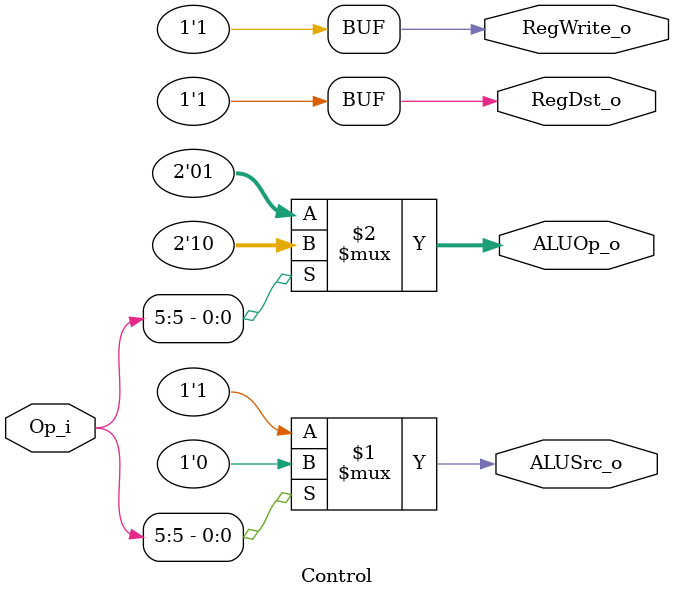
<source format=v>
module Control(Op_i, RegDst_o, ALUOp_o, ALUSrc_o, RegWrite_o);

// Interface
input       [6:0] Op_i;
output      [0:0] RegDst_o;
output      [1:0] ALUOp_o;
output      [0:0] ALUSrc_o;
output      [0:0] RegWrite_o;

// Calculation
assign RegDst_o = 1'b1;
assign ALUSrc_o = (Op_i[5])? 1'b0: 1'b1;
assign ALUOp_o  = (Op_i[5])? 2'b10: 2'b01;
assign RegWrite_o = 1'b1;

endmodule

</source>
